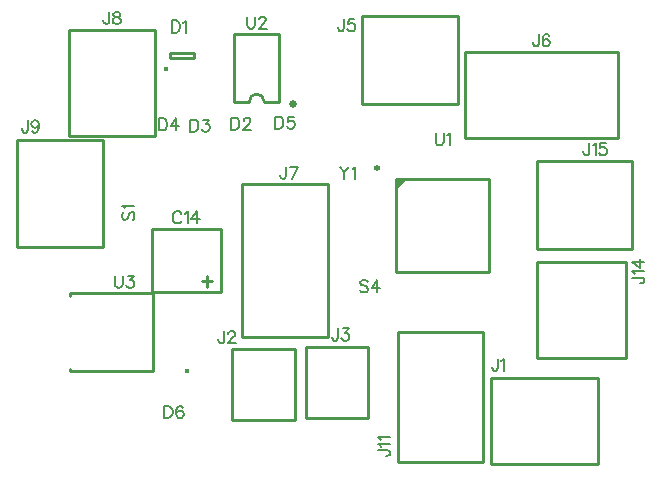
<source format=gbr>
G04 DipTrace 3.2.0.0*
G04 end_effector_TopSilk.gbr*
%MOMM*%
G04 #@! TF.FileFunction,Legend,Top*
G04 #@! TF.Part,Single*
%ADD10C,0.25*%
%ADD22O,0.39154X0.39176*%
%ADD34O,0.52705X0.52578*%
%ADD37C,0.63525*%
%ADD39C,0.39137*%
%ADD96C,0.15*%
%FSLAX35Y35*%
G04*
G71*
G90*
G75*
G01*
G04 TopSilk*
%LPD*%
X-2579653Y2693277D2*
D10*
X-3159653D1*
Y2158277D1*
X-2579653D1*
Y2693277D1*
X-2649659Y2248264D2*
X-2739675D1*
X-2694667Y2298286D2*
Y2203270D1*
D22*
X-3039628Y4049041D3*
X-3006292Y4136420D2*
D10*
X-2806275D1*
Y4186393D1*
X-3006292D1*
Y4136420D1*
X612303Y701083D2*
X-292697D1*
Y1431083D1*
X612303D1*
Y701083D1*
X-1951303Y1677962D2*
X-2481328D1*
Y1077947D1*
X-1951303D1*
Y1677962D1*
X-1328567Y1690205D2*
X-1858591D1*
Y1090190D1*
X-1328567D1*
Y1690205D1*
X-572810Y3746567D2*
X-1382810D1*
Y4496567D1*
X-572810D1*
Y3746567D1*
X788780Y3466700D2*
X-511220D1*
Y4191700D1*
X788780D1*
Y3466700D1*
X-1673047Y3075817D2*
X-2398047D1*
Y1775817D1*
X-1673047D1*
Y3075817D1*
X-3133503Y4380810D2*
X-3863503D1*
Y3475810D1*
X-3133503D1*
Y4380810D1*
X-3571670Y3445963D2*
X-4301670D1*
Y2540963D1*
X-3571670D1*
Y3445963D1*
X-1079437Y721110D2*
X-359437D1*
Y1821110D1*
X-1079437D1*
Y721110D1*
X851480Y2411130D2*
X101480D1*
Y1601130D1*
X851480D1*
Y2411130D1*
X95413Y3270450D2*
X905413D1*
Y2520450D1*
X95413D1*
Y3270450D1*
X-1093470Y3115033D2*
X-303530D1*
Y2325093D1*
X-1093470D1*
Y3115033D1*
G36*
D2*
Y3022958D1*
X-1001395Y3115033D1*
X-1093470D1*
G37*
D34*
X-1251521Y3207235D3*
X-2464018Y3770443D2*
D10*
Y4341958D1*
X-2083015D1*
Y3770443D1*
X-2209992D1*
X-2464018D2*
X-2337041D1*
X-2209992D2*
G03X-2337041Y3770443I-63525J-9D01*
G01*
D37*
X-1966771Y3747946D3*
X-3152062Y1488004D2*
D10*
Y2148003D1*
X-3852059Y1488004D2*
X-3152062D1*
X-3852059D2*
Y1507982D1*
Y2148003D2*
X-3152062D1*
X-3852059D2*
Y2128026D1*
D39*
X-2860099Y1490374D3*
X-2911839Y2817464D2*
D96*
X-2916668Y2827123D1*
X-2926439Y2836894D1*
X-2936097Y2841723D1*
X-2955526D1*
X-2965297Y2836894D1*
X-2974956Y2827123D1*
X-2979897Y2817464D1*
X-2984726Y2802864D1*
Y2778494D1*
X-2979897Y2764006D1*
X-2974956Y2754235D1*
X-2965297Y2744577D1*
X-2955526Y2739635D1*
X-2936097D1*
X-2926439Y2744577D1*
X-2916668Y2754235D1*
X-2911839Y2764006D1*
X-2881839Y2822181D2*
X-2872068Y2827123D1*
X-2857468Y2841611D1*
Y2739635D1*
X-2778839D2*
Y2841611D1*
X-2827468Y2773664D1*
X-2754580D1*
X-2993955Y4457353D2*
Y4355265D1*
X-2959925D1*
X-2945325Y4360207D1*
X-2935555Y4369865D1*
X-2930725Y4379636D1*
X-2925896Y4394124D1*
Y4418494D1*
X-2930725Y4433094D1*
X-2935555Y4442753D1*
X-2945325Y4452524D1*
X-2959925Y4457353D1*
X-2993955D1*
X-2895896Y4437811D2*
X-2886125Y4442753D1*
X-2871525Y4457241D1*
Y4355265D1*
X-2488395Y3633929D2*
Y3531842D1*
X-2454366D1*
X-2439766Y3536783D1*
X-2429995Y3546442D1*
X-2425166Y3556213D1*
X-2420337Y3570700D1*
Y3595071D1*
X-2425166Y3609671D1*
X-2429995Y3619329D1*
X-2439766Y3629100D1*
X-2454366Y3633929D1*
X-2488395D1*
X-2385395Y3609559D2*
Y3614388D1*
X-2380566Y3624159D1*
X-2375737Y3628988D1*
X-2365966Y3633817D1*
X-2346537D1*
X-2336878Y3628988D1*
X-2332049Y3624159D1*
X-2327107Y3614388D1*
Y3604729D1*
X-2332049Y3594959D1*
X-2341707Y3580471D1*
X-2390337Y3531842D1*
X-2322278D1*
X-2836025Y3618623D2*
Y3516535D1*
X-2801996D1*
X-2787396Y3521477D1*
X-2777625Y3531135D1*
X-2772796Y3540906D1*
X-2767967Y3555394D1*
Y3579764D1*
X-2772796Y3594364D1*
X-2777625Y3604023D1*
X-2787396Y3613794D1*
X-2801996Y3618623D1*
X-2836025D1*
X-2728196Y3618511D2*
X-2674850D1*
X-2703937Y3579652D1*
X-2689337D1*
X-2679679Y3574823D1*
X-2674850Y3569994D1*
X-2669908Y3555394D1*
Y3545735D1*
X-2674850Y3531135D1*
X-2684508Y3521364D1*
X-2699108Y3516535D1*
X-2713708D1*
X-2728196Y3521364D1*
X-2733025Y3526306D1*
X-2737967Y3535964D1*
X-3101853Y3629066D2*
Y3526978D1*
X-3067824D1*
X-3053224Y3531920D1*
X-3043453Y3541578D1*
X-3038624Y3551349D1*
X-3033795Y3565837D1*
Y3590208D1*
X-3038624Y3604808D1*
X-3043453Y3614466D1*
X-3053224Y3624237D1*
X-3067824Y3629066D1*
X-3101853D1*
X-2955165Y3526978D2*
Y3628954D1*
X-3003795Y3561008D1*
X-2930907D1*
X-2115738Y3642993D2*
Y3540905D1*
X-2081709D1*
X-2067109Y3545847D1*
X-2057338Y3555505D1*
X-2052509Y3565276D1*
X-2047680Y3579764D1*
Y3604134D1*
X-2052509Y3618734D1*
X-2057338Y3628393D1*
X-2067109Y3638164D1*
X-2081709Y3642993D1*
X-2115738D1*
X-1959392Y3642881D2*
X-2007909D1*
X-2012738Y3599193D1*
X-2007909Y3604022D1*
X-1993309Y3608964D1*
X-1978822D1*
X-1964222Y3604022D1*
X-1954451Y3594364D1*
X-1949622Y3579764D1*
Y3570105D1*
X-1954451Y3555505D1*
X-1964222Y3545734D1*
X-1978822Y3540905D1*
X-1993309D1*
X-2007909Y3545734D1*
X-2012738Y3550676D1*
X-2017680Y3560334D1*
X-3055008Y1193306D2*
Y1091218D1*
X-3020978D1*
X-3006378Y1096160D1*
X-2996608Y1105818D1*
X-2991778Y1115589D1*
X-2986949Y1130077D1*
Y1154448D1*
X-2991778Y1169048D1*
X-2996608Y1178706D1*
X-3006378Y1188477D1*
X-3020978Y1193306D1*
X-3055008D1*
X-2898662Y1178706D2*
X-2903491Y1188365D1*
X-2918091Y1193194D1*
X-2927749D1*
X-2942349Y1188365D1*
X-2952120Y1173765D1*
X-2956949Y1149506D1*
Y1125248D1*
X-2952120Y1105818D1*
X-2942349Y1096048D1*
X-2927749Y1091218D1*
X-2922920D1*
X-2908432Y1096048D1*
X-2898662Y1105818D1*
X-2893832Y1120418D1*
Y1125248D1*
X-2898662Y1139848D1*
X-2908432Y1149506D1*
X-2922920Y1154335D1*
X-2927749D1*
X-2942349Y1149506D1*
X-2952120Y1139848D1*
X-2956949Y1125248D1*
X-232811Y1595576D2*
Y1517859D1*
X-237640Y1503259D1*
X-242582Y1498430D1*
X-252240Y1493488D1*
X-262011D1*
X-271669Y1498430D1*
X-276498Y1503259D1*
X-281440Y1517859D1*
Y1527518D1*
X-202811Y1576035D2*
X-193040Y1580976D1*
X-178440Y1595464D1*
Y1493488D1*
X-2549771Y1827783D2*
Y1750066D1*
X-2554601Y1735466D1*
X-2559542Y1730637D1*
X-2569201Y1725695D1*
X-2578971D1*
X-2588630Y1730637D1*
X-2593459Y1735466D1*
X-2598401Y1750066D1*
Y1759724D1*
X-2514830Y1803412D2*
Y1808241D1*
X-2510001Y1818012D1*
X-2505171Y1822841D1*
X-2495401Y1827671D1*
X-2475971D1*
X-2466313Y1822841D1*
X-2461484Y1818012D1*
X-2456542Y1808241D1*
Y1798583D1*
X-2461484Y1788812D1*
X-2471142Y1774324D1*
X-2519771Y1725695D1*
X-2451713D1*
X-1586755Y1849746D2*
Y1772029D1*
X-1591584Y1757429D1*
X-1596525Y1752600D1*
X-1606184Y1747658D1*
X-1615955D1*
X-1625613Y1752600D1*
X-1630442Y1757429D1*
X-1635384Y1772029D1*
Y1781688D1*
X-1546984Y1849634D2*
X-1493638D1*
X-1522725Y1810775D1*
X-1508125D1*
X-1498467Y1805946D1*
X-1493638Y1801117D1*
X-1488696Y1786517D1*
Y1776858D1*
X-1493638Y1762258D1*
X-1503296Y1752488D1*
X-1517896Y1747658D1*
X-1532496D1*
X-1546984Y1752488D1*
X-1551813Y1757429D1*
X-1556755Y1767088D1*
X-1536458Y4469816D2*
Y4392099D1*
X-1541287Y4377499D1*
X-1546229Y4372670D1*
X-1555887Y4367728D1*
X-1565658D1*
X-1575316Y4372670D1*
X-1580146Y4377499D1*
X-1585087Y4392099D1*
Y4401758D1*
X-1448170Y4469704D2*
X-1496687D1*
X-1501516Y4426016D1*
X-1496687Y4430845D1*
X-1482087Y4435787D1*
X-1467599D1*
X-1452999Y4430845D1*
X-1443229Y4421187D1*
X-1438399Y4406587D1*
Y4396928D1*
X-1443229Y4382328D1*
X-1452999Y4372558D1*
X-1467599Y4367728D1*
X-1482087D1*
X-1496687Y4372558D1*
X-1501516Y4377499D1*
X-1506458Y4387158D1*
X116536Y4340146D2*
Y4262429D1*
X111707Y4247829D1*
X106765Y4243000D1*
X97107Y4238058D1*
X87336D1*
X77678Y4243000D1*
X72848Y4247829D1*
X67907Y4262429D1*
Y4272088D1*
X204824Y4325546D2*
X199995Y4335205D1*
X185395Y4340034D1*
X175736D1*
X161136Y4335205D1*
X151365Y4320605D1*
X146536Y4296346D1*
Y4272088D1*
X151365Y4252658D1*
X161136Y4242888D1*
X175736Y4238058D1*
X180565D1*
X195053Y4242888D1*
X204824Y4252658D1*
X209653Y4267258D1*
Y4272088D1*
X204824Y4286688D1*
X195053Y4296346D1*
X180565Y4301175D1*
X175736D1*
X161136Y4296346D1*
X151365Y4286688D1*
X146536Y4272088D1*
X-2026231Y3220009D2*
Y3142293D1*
X-2031061Y3127693D1*
X-2036002Y3122863D1*
X-2045661Y3117922D1*
X-2055431D1*
X-2065090Y3122863D1*
X-2069919Y3127693D1*
X-2074861Y3142293D1*
Y3151951D1*
X-1976802Y3117922D2*
X-1928173Y3219897D1*
X-1996231D1*
X-3523162Y4529256D2*
Y4451539D1*
X-3527991Y4436939D1*
X-3532933Y4432110D1*
X-3542591Y4427168D1*
X-3552362D1*
X-3562020Y4432110D1*
X-3566849Y4436939D1*
X-3571791Y4451539D1*
Y4461198D1*
X-3468903Y4529144D2*
X-3483391Y4524315D1*
X-3488333Y4514656D1*
Y4504885D1*
X-3483391Y4495227D1*
X-3473733Y4490285D1*
X-3454303Y4485456D1*
X-3439703Y4480627D1*
X-3430045Y4470856D1*
X-3425216Y4461198D1*
Y4446598D1*
X-3430045Y4436939D1*
X-3434874Y4431998D1*
X-3449474Y4427168D1*
X-3468903D1*
X-3483391Y4431998D1*
X-3488333Y4436939D1*
X-3493162Y4446598D1*
Y4461198D1*
X-3488333Y4470856D1*
X-3478562Y4480627D1*
X-3464074Y4485456D1*
X-3444645Y4490285D1*
X-3434874Y4495227D1*
X-3430045Y4504885D1*
Y4514656D1*
X-3434874Y4524315D1*
X-3449474Y4529144D1*
X-3468903D1*
X-4211157Y3611096D2*
Y3533379D1*
X-4215986Y3518779D1*
X-4220927Y3513950D1*
X-4230586Y3509008D1*
X-4240357D1*
X-4250015Y3513950D1*
X-4254844Y3518779D1*
X-4259786Y3533379D1*
Y3543038D1*
X-4117927Y3577067D2*
X-4122869Y3562467D1*
X-4132527Y3552696D1*
X-4147127Y3547867D1*
X-4151957D1*
X-4166557Y3552696D1*
X-4176215Y3562467D1*
X-4181157Y3577067D1*
Y3581896D1*
X-4176215Y3596496D1*
X-4166557Y3606155D1*
X-4151957Y3610984D1*
X-4147127D1*
X-4132527Y3606155D1*
X-4122869Y3596496D1*
X-4117927Y3577067D1*
Y3552696D1*
X-4122869Y3528438D1*
X-4132527Y3513838D1*
X-4147127Y3509008D1*
X-4156786D1*
X-4171386Y3513838D1*
X-4176215Y3523608D1*
X-1245409Y820274D2*
X-1167692D1*
X-1153092Y815445D1*
X-1148263Y810503D1*
X-1143322Y800845D1*
Y791074D1*
X-1148263Y781416D1*
X-1153093Y776586D1*
X-1167693Y771645D1*
X-1177351D1*
X-1225868Y850274D2*
X-1230809Y860045D1*
X-1245297Y874645D1*
X-1143322D1*
X-1225868Y904645D2*
X-1230809Y914416D1*
X-1245297Y929016D1*
X-1143322Y929015D1*
X905881Y2279769D2*
X983598D1*
X998198Y2274940D1*
X1003027Y2269998D1*
X1007968Y2260340D1*
Y2250569D1*
X1003027Y2240911D1*
X998197Y2236081D1*
X983597Y2231140D1*
X973939D1*
X925422Y2309769D2*
X920481Y2319540D1*
X905993Y2334140D1*
X1007968D1*
Y2412769D2*
X905993D1*
X973939Y2364140D1*
Y2437027D1*
X540970Y3418896D2*
Y3341179D1*
X536141Y3326579D1*
X531199Y3321750D1*
X521541Y3316808D1*
X511770D1*
X502112Y3321750D1*
X497282Y3326579D1*
X492341Y3341179D1*
Y3350838D1*
X570970Y3399355D2*
X580741Y3404296D1*
X595341Y3418784D1*
Y3316808D1*
X683628Y3418784D2*
X635112D1*
X630282Y3375096D1*
X635112Y3379925D1*
X649712Y3384867D1*
X664199D1*
X678799Y3379925D1*
X688570Y3370267D1*
X693399Y3355667D1*
Y3346008D1*
X688570Y3331408D1*
X678799Y3321638D1*
X664199Y3316808D1*
X649712D1*
X635112Y3321638D1*
X630282Y3326579D1*
X625341Y3336238D1*
X-3396313Y2835661D2*
X-3406083Y2826002D1*
X-3410913Y2811402D1*
Y2791973D1*
X-3406084Y2777373D1*
X-3396313Y2767602D1*
X-3386654D1*
X-3376884Y2772544D1*
X-3372054Y2777373D1*
X-3367225Y2787032D1*
X-3357454Y2816232D1*
X-3352625Y2826002D1*
X-3347683Y2830831D1*
X-3338025Y2835661D1*
X-3323425D1*
X-3313767Y2826002D1*
X-3308825Y2811402D1*
Y2791973D1*
X-3313767Y2777373D1*
X-3323425Y2767602D1*
X-3391371Y2865661D2*
X-3396313Y2875431D1*
X-3410800Y2890031D1*
X-3308825D1*
X-1331298Y2245173D2*
X-1340956Y2254944D1*
X-1355556Y2259773D1*
X-1374986D1*
X-1389586Y2254944D1*
X-1399356Y2245173D1*
Y2235514D1*
X-1394415Y2225744D1*
X-1389586Y2220914D1*
X-1379927Y2216085D1*
X-1350727Y2206314D1*
X-1340956Y2201485D1*
X-1336127Y2196544D1*
X-1331298Y2186885D1*
Y2172285D1*
X-1340956Y2162627D1*
X-1355556Y2157685D1*
X-1374986D1*
X-1389586Y2162627D1*
X-1399356Y2172285D1*
X-1252669Y2157685D2*
Y2259661D1*
X-1301298Y2191714D1*
X-1228410D1*
X-759715Y3503509D2*
Y3430622D1*
X-754885Y3416022D1*
X-745115Y3406363D1*
X-730515Y3401422D1*
X-720856D1*
X-706256Y3406363D1*
X-696485Y3416022D1*
X-691656Y3430622D1*
Y3503509D1*
X-661656Y3483968D2*
X-651885Y3488909D1*
X-637285Y3503397D1*
Y3401422D1*
X-2356575Y4490404D2*
Y4417517D1*
X-2351746Y4402917D1*
X-2341975Y4393258D1*
X-2327375Y4388317D1*
X-2317717D1*
X-2303117Y4393258D1*
X-2293346Y4402917D1*
X-2288517Y4417517D1*
Y4490404D1*
X-2253575Y4466034D2*
Y4470863D1*
X-2248746Y4480634D1*
X-2243917Y4485463D1*
X-2234146Y4490292D1*
X-2214717D1*
X-2205058Y4485463D1*
X-2200229Y4480634D1*
X-2195287Y4470863D1*
Y4461204D1*
X-2200229Y4451434D1*
X-2209887Y4436946D1*
X-2258517Y4388317D1*
X-2190458D1*
X-3475068Y2296449D2*
Y2223562D1*
X-3470239Y2208962D1*
X-3460468Y2199303D1*
X-3445868Y2194362D1*
X-3436210D1*
X-3421610Y2199303D1*
X-3411839Y2208962D1*
X-3407010Y2223562D1*
Y2296449D1*
X-3367239Y2296337D2*
X-3313893D1*
X-3342981Y2257479D1*
X-3328381D1*
X-3318722Y2252649D1*
X-3313893Y2247820D1*
X-3308952Y2233220D1*
Y2223562D1*
X-3313893Y2208962D1*
X-3323552Y2199191D1*
X-3338152Y2194362D1*
X-3352752D1*
X-3367239Y2199191D1*
X-3372068Y2204133D1*
X-3377010Y2213791D1*
X-1569691Y3221023D2*
X-1530832Y3172394D1*
Y3118935D1*
X-1491974Y3221023D2*
X-1530832Y3172394D1*
X-1461974Y3201481D2*
X-1452203Y3206423D1*
X-1437603Y3220911D1*
Y3118935D1*
M02*

</source>
